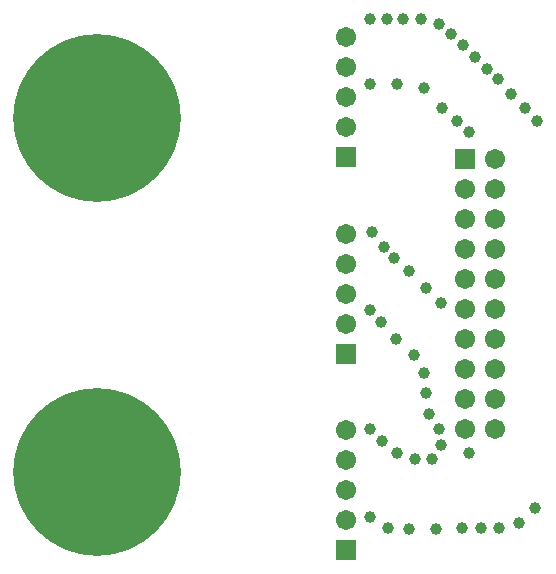
<source format=gbs>
G04*
G04 #@! TF.GenerationSoftware,Altium Limited,Altium Designer,23.2.1 (34)*
G04*
G04 Layer_Color=16711935*
%FSLAX25Y25*%
%MOIN*%
G70*
G04*
G04 #@! TF.SameCoordinates,8498BAA7-9676-4981-84BE-4D8C7AE1AD3F*
G04*
G04*
G04 #@! TF.FilePolarity,Negative*
G04*
G01*
G75*
%ADD12C,0.03950*%
%ADD13C,0.06706*%
%ADD14R,0.06706X0.06706*%
%ADD15C,0.55918*%
D12*
X574500Y138500D02*
D03*
X569000Y133500D02*
D03*
X562500Y132000D02*
D03*
X556500D02*
D03*
X550000D02*
D03*
X541601Y131506D02*
D03*
X532500Y131500D02*
D03*
X525500Y132000D02*
D03*
X519500Y135500D02*
D03*
Y165000D02*
D03*
X523500Y161000D02*
D03*
X528500Y157000D02*
D03*
X534500Y155000D02*
D03*
X540000D02*
D03*
X552500Y157000D02*
D03*
X543000Y159500D02*
D03*
X542500Y165000D02*
D03*
X539000Y170000D02*
D03*
X538000Y177000D02*
D03*
X537440Y183581D02*
D03*
X534000Y189500D02*
D03*
X528000Y195000D02*
D03*
X523000Y200500D02*
D03*
X519500Y204500D02*
D03*
X543000Y207000D02*
D03*
X538000Y212000D02*
D03*
X532500Y217500D02*
D03*
X527500Y222000D02*
D03*
X524000Y225500D02*
D03*
X520000Y230500D02*
D03*
X552500Y264000D02*
D03*
X548500Y267500D02*
D03*
X543500Y272000D02*
D03*
X537500Y278500D02*
D03*
X528500Y280000D02*
D03*
X519500D02*
D03*
X575000Y267500D02*
D03*
X571000Y272000D02*
D03*
X566500Y276500D02*
D03*
X562000Y281500D02*
D03*
X558500Y285000D02*
D03*
X554500Y289000D02*
D03*
X550500Y293000D02*
D03*
X546500Y296500D02*
D03*
X542500Y300000D02*
D03*
X536500Y301500D02*
D03*
X530500D02*
D03*
X525000D02*
D03*
X519500D02*
D03*
D13*
X511500Y164500D02*
D03*
Y154500D02*
D03*
Y144500D02*
D03*
Y134500D02*
D03*
Y230000D02*
D03*
Y220000D02*
D03*
Y210000D02*
D03*
Y200000D02*
D03*
Y295500D02*
D03*
Y285500D02*
D03*
Y275500D02*
D03*
Y265500D02*
D03*
X561181Y255000D02*
D03*
X551181Y245000D02*
D03*
X561181D02*
D03*
X551181Y235000D02*
D03*
X561181D02*
D03*
X551181Y225000D02*
D03*
X561181D02*
D03*
X551181Y215000D02*
D03*
X561181D02*
D03*
X551181Y205000D02*
D03*
X561181D02*
D03*
X551181Y195000D02*
D03*
X561181D02*
D03*
X551181Y185000D02*
D03*
X561181D02*
D03*
X551181Y175000D02*
D03*
X561181D02*
D03*
X551181Y165000D02*
D03*
X561181D02*
D03*
D14*
X511500Y124500D02*
D03*
Y190000D02*
D03*
Y255500D02*
D03*
X551181Y255000D02*
D03*
D15*
X428500Y150520D02*
D03*
Y268630D02*
D03*
M02*

</source>
